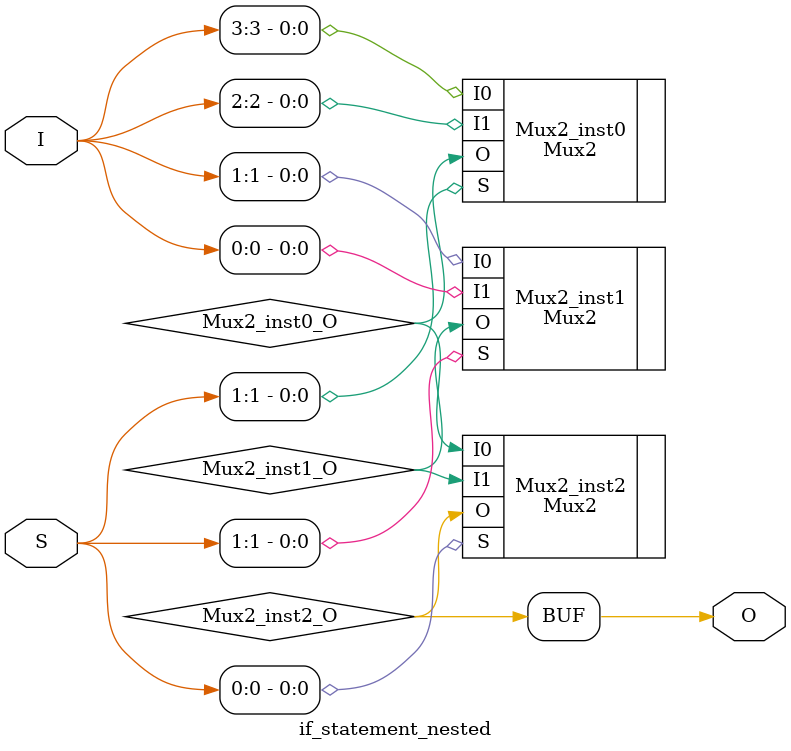
<source format=v>
module if_statement_nested (input [3:0] I, input [1:0] S, output  O);
wire  Mux2_inst0_O;
wire  Mux2_inst1_O;
wire  Mux2_inst2_O;
Mux2 Mux2_inst0 (.I0(I[3]), .I1(I[2]), .S(S[1]), .O(Mux2_inst0_O));
Mux2 Mux2_inst1 (.I0(I[1]), .I1(I[0]), .S(S[1]), .O(Mux2_inst1_O));
Mux2 Mux2_inst2 (.I0(Mux2_inst0_O), .I1(Mux2_inst1_O), .S(S[0]), .O(Mux2_inst2_O));
assign O = Mux2_inst2_O;
endmodule


</source>
